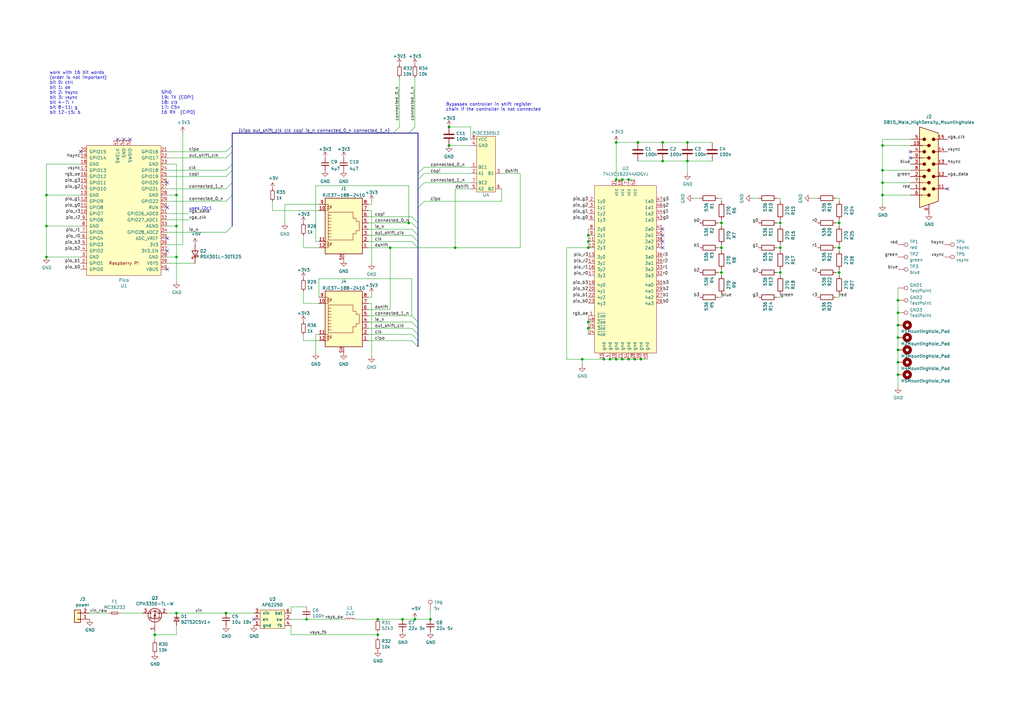
<source format=kicad_sch>
(kicad_sch (version 20211123) (generator eeschema)
  (paper "A3")
  (title_block (date "2021-02-12"))
  (junction (at 238.76 147.32))
  (junction (at 271.78 66.04))
  (junction (at 72.39 80.01))
  (junction (at 167.64 91.44))
  (junction (at 241.3 132.08))
  (junction (at 72.39 92.71))
  (junction (at 368.3 153.67))
  (junction (at 361.95 59.69))
  (junction (at 252.73 58.42))
  (junction (at 255.27 147.32))
  (junction (at 295.91 101.6))
  (junction (at 125.73 254))
  (junction (at 320.04 101.6))
  (junction (at 250.19 147.32))
  (junction (at 19.05 92.71))
  (junction (at 320.04 111.76))
  (junction (at 361.95 74.93))
  (junction (at 257.81 73.66))
  (junction (at 361.95 80.01))
  (junction (at 154.94 260.35))
  (junction (at 368.3 138.43))
  (junction (at 281.94 66.04))
  (junction (at 241.3 99.06))
  (junction (at 252.73 73.66))
  (junction (at 63.5 260.35))
  (junction (at 368.3 123.19))
  (junction (at 154.94 254))
  (junction (at 295.91 91.44))
  (junction (at 165.1 254))
  (junction (at 368.3 148.59))
  (junction (at 184.15 52.07))
  (junction (at 281.94 58.42))
  (junction (at 247.65 147.32))
  (junction (at 241.3 101.6))
  (junction (at 344.17 111.76))
  (junction (at 257.81 147.32))
  (junction (at 295.91 111.76))
  (junction (at 241.3 96.52))
  (junction (at 271.78 58.42))
  (junction (at 320.04 91.44))
  (junction (at 72.39 251.46))
  (junction (at 19.05 105.41))
  (junction (at 262.89 147.32))
  (junction (at 368.3 128.27))
  (junction (at 344.17 101.6))
  (junction (at 184.15 59.69))
  (junction (at 176.53 254))
  (junction (at 368.3 143.51))
  (junction (at 92.71 251.46))
  (junction (at 72.39 105.41))
  (junction (at 344.17 91.44))
  (junction (at 361.95 69.85))
  (junction (at 19.05 80.01))
  (junction (at 368.3 133.35))
  (junction (at 252.73 147.32))
  (junction (at 241.3 134.62))
  (junction (at 260.35 147.32))
  (junction (at 186.69 101.6))
  (junction (at 160.02 101.6))
  (junction (at 255.27 73.66))
  (junction (at 170.18 254))
  (junction (at 261.62 58.42))
  (no_connect (at 388.62 77.47))
  (no_connect (at 373.38 64.77))
  (no_connect (at 104.14 254))
  (no_connect (at 53.34 57.15))
  (no_connect (at 68.58 74.93))
  (no_connect (at 50.8 57.15))
  (no_connect (at 271.78 93.98))
  (no_connect (at 68.58 85.09))
  (no_connect (at 373.38 62.23))
  (no_connect (at 271.78 96.52))
  (no_connect (at 271.78 99.06))
  (no_connect (at 271.78 101.6))
  (no_connect (at 33.02 62.23))
  (no_connect (at 48.26 57.15))
  (no_connect (at 68.58 102.87))
  (no_connect (at 68.58 110.49))
  (no_connect (at 68.58 97.79))
  (bus_entry (at 92.71 77.47) (size 2.54 -2.54))
  (bus_entry (at 168.91 129.54) (size 2.54 2.54))
  (bus_entry (at 92.71 95.25) (size 2.54 -2.54))
  (bus_entry (at 171.45 77.47) (size 2.54 -2.54))
  (bus_entry (at 161.29 54.61) (size 2.54 -2.54))
  (bus_entry (at 167.64 54.61) (size 2.54 -2.54))
  (bus_entry (at 168.91 96.52) (size 2.54 2.54))
  (bus_entry (at 168.91 134.62) (size 2.54 2.54))
  (bus_entry (at 168.91 91.44) (size 2.54 2.54))
  (bus_entry (at 171.45 73.66) (size 2.54 -2.54))
  (bus_entry (at 171.45 85.09) (size 2.54 -2.54))
  (bus_entry (at 92.71 69.85) (size 2.54 -2.54))
  (bus_entry (at 92.71 72.39) (size 2.54 -2.54))
  (bus_entry (at 92.71 64.77) (size 2.54 -2.54))
  (bus_entry (at 92.71 82.55) (size 2.54 -2.54))
  (bus_entry (at 168.91 88.9) (size 2.54 2.54))
  (bus_entry (at 168.91 99.06) (size 2.54 2.54))
  (bus_entry (at 168.91 132.08) (size 2.54 2.54))
  (bus_entry (at 168.91 93.98) (size 2.54 2.54))
  (bus_entry (at 168.91 137.16) (size 2.54 2.54))
  (bus_entry (at 92.71 62.23) (size 2.54 -2.54))
  (bus_entry (at 168.91 139.7) (size 2.54 2.54))
  (bus_entry (at 171.45 71.12) (size 2.54 -2.54))
  (wire (pts (xy 19.05 92.71) (xy 33.02 92.71)))
  (wire (pts (xy 294.64 111.76) (xy 295.91 111.76)))
  (bus (pts (xy 171.45 132.08) (xy 171.45 134.62)))
  (wire (pts (xy 154.94 261.62) (xy 154.94 260.35)))
  (wire (pts (xy 344.17 92.71) (xy 344.17 91.44)))
  (wire (pts (xy 111.76 86.36) (xy 130.81 86.36)))
  (wire (pts (xy 213.36 71.12) (xy 213.36 101.6)))
  (bus (pts (xy 171.45 137.16) (xy 171.45 139.7)))
  (wire (pts (xy 151.13 96.52) (xy 168.91 96.52)))
  (wire (pts (xy 260.35 147.32) (xy 262.89 147.32)))
  (wire (pts (xy 152.4 86.36) (xy 152.4 107.95)))
  (bus (pts (xy 171.45 139.7) (xy 171.45 142.24)))
  (wire (pts (xy 241.3 137.16) (xy 241.3 134.62)))
  (wire (pts (xy 146.05 254) (xy 154.94 254)))
  (wire (pts (xy 344.17 82.55) (xy 344.17 81.28)))
  (wire (pts (xy 119.38 260.35) (xy 154.94 260.35)))
  (wire (pts (xy 320.04 91.44) (xy 320.04 90.17)))
  (wire (pts (xy 119.38 254) (xy 125.73 254)))
  (wire (pts (xy 152.4 121.92) (xy 151.13 121.92)))
  (wire (pts (xy 281.94 71.12) (xy 281.94 66.04)))
  (wire (pts (xy 193.04 77.47) (xy 186.69 77.47)))
  (wire (pts (xy 119.38 256.54) (xy 119.38 260.35)))
  (bus (pts (xy 95.25 59.69) (xy 95.25 62.23)))
  (bus (pts (xy 95.25 80.01) (xy 95.25 92.71)))
  (wire (pts (xy 68.58 77.47) (xy 92.71 77.47)))
  (wire (pts (xy 151.13 139.7) (xy 168.91 139.7)))
  (wire (pts (xy 368.3 118.11) (xy 368.3 123.19)))
  (wire (pts (xy 373.38 57.15) (xy 361.95 57.15)))
  (wire (pts (xy 186.69 101.6) (xy 171.45 101.6)))
  (wire (pts (xy 344.17 121.92) (xy 344.17 120.65)))
  (wire (pts (xy 361.95 74.93) (xy 361.95 80.01)))
  (wire (pts (xy 68.58 69.85) (xy 92.71 69.85)))
  (wire (pts (xy 72.39 256.54) (xy 72.39 260.35)))
  (wire (pts (xy 152.4 82.55) (xy 152.4 83.82)))
  (wire (pts (xy 295.91 92.71) (xy 295.91 91.44)))
  (bus (pts (xy 171.45 101.6) (xy 171.45 132.08)))
  (wire (pts (xy 124.46 139.7) (xy 130.81 139.7)))
  (wire (pts (xy 167.64 91.44) (xy 168.91 91.44)))
  (wire (pts (xy 124.46 119.38) (xy 124.46 124.46)))
  (wire (pts (xy 186.69 77.47) (xy 186.69 101.6)))
  (wire (pts (xy 255.27 147.32) (xy 257.81 147.32)))
  (wire (pts (xy 176.53 254) (xy 170.18 254)))
  (wire (pts (xy 373.38 69.85) (xy 361.95 69.85)))
  (wire (pts (xy 68.58 87.63) (xy 77.47 87.63)))
  (bus (pts (xy 171.45 54.61) (xy 171.45 71.12)))
  (wire (pts (xy 151.13 129.54) (xy 168.91 129.54)))
  (bus (pts (xy 171.45 134.62) (xy 171.45 137.16)))
  (wire (pts (xy 344.17 113.03) (xy 344.17 111.76)))
  (wire (pts (xy 344.17 91.44) (xy 344.17 90.17)))
  (wire (pts (xy 342.9 91.44) (xy 344.17 91.44)))
  (wire (pts (xy 295.91 111.76) (xy 295.91 110.49)))
  (wire (pts (xy 252.73 58.42) (xy 261.62 58.42)))
  (bus (pts (xy 95.25 54.61) (xy 95.25 59.69)))
  (wire (pts (xy 124.46 137.16) (xy 124.46 139.7)))
  (wire (pts (xy 368.3 148.59) (xy 368.3 153.67)))
  (wire (pts (xy 320.04 92.71) (xy 320.04 91.44)))
  (bus (pts (xy 95.25 74.93) (xy 95.25 80.01)))
  (wire (pts (xy 361.95 69.85) (xy 361.95 74.93)))
  (wire (pts (xy 238.76 147.32) (xy 238.76 149.86)))
  (wire (pts (xy 193.04 52.07) (xy 193.04 57.15)))
  (wire (pts (xy 318.77 111.76) (xy 320.04 111.76)))
  (bus (pts (xy 171.45 73.66) (xy 171.45 77.47)))
  (wire (pts (xy 213.36 101.6) (xy 186.69 101.6)))
  (wire (pts (xy 160.02 101.6) (xy 160.02 127)))
  (wire (pts (xy 151.13 132.08) (xy 168.91 132.08)))
  (wire (pts (xy 241.3 134.62) (xy 241.3 132.08)))
  (wire (pts (xy 241.3 132.08) (xy 241.3 129.54)))
  (wire (pts (xy 72.39 80.01) (xy 68.58 80.01)))
  (wire (pts (xy 63.5 260.35) (xy 63.5 262.89)))
  (wire (pts (xy 184.15 52.07) (xy 193.04 52.07)))
  (wire (pts (xy 160.02 101.6) (xy 171.45 101.6)))
  (wire (pts (xy 373.38 74.93) (xy 361.95 74.93)))
  (wire (pts (xy 241.3 93.98) (xy 241.3 96.52)))
  (wire (pts (xy 19.05 80.01) (xy 33.02 80.01)))
  (wire (pts (xy 119.38 251.46) (xy 119.38 248.92)))
  (wire (pts (xy 294.64 91.44) (xy 295.91 91.44)))
  (wire (pts (xy 151.13 124.46) (xy 152.4 124.46)))
  (wire (pts (xy 130.81 121.92) (xy 130.81 114.3)))
  (wire (pts (xy 271.78 58.42) (xy 281.94 58.42)))
  (wire (pts (xy 368.3 143.51) (xy 368.3 148.59)))
  (wire (pts (xy 257.81 73.66) (xy 255.27 73.66)))
  (wire (pts (xy 295.91 82.55) (xy 295.91 81.28)))
  (wire (pts (xy 152.4 124.46) (xy 152.4 146.05)))
  (wire (pts (xy 129.54 76.2) (xy 129.54 99.06)))
  (wire (pts (xy 19.05 92.71) (xy 19.05 105.41)))
  (wire (pts (xy 295.91 91.44) (xy 295.91 90.17)))
  (wire (pts (xy 124.46 101.6) (xy 130.81 101.6)))
  (wire (pts (xy 205.74 77.47) (xy 205.74 82.55)))
  (wire (pts (xy 373.38 59.69) (xy 361.95 59.69)))
  (wire (pts (xy 125.73 254) (xy 140.97 254)))
  (wire (pts (xy 130.81 114.3) (xy 168.91 114.3)))
  (wire (pts (xy 19.05 80.01) (xy 19.05 92.71)))
  (wire (pts (xy 151.13 93.98) (xy 168.91 93.98)))
  (wire (pts (xy 129.54 144.78) (xy 129.54 137.16)))
  (wire (pts (xy 173.99 68.58) (xy 193.04 68.58)))
  (wire (pts (xy 124.46 96.52) (xy 124.46 101.6)))
  (wire (pts (xy 68.58 62.23) (xy 92.71 62.23)))
  (wire (pts (xy 19.05 67.31) (xy 33.02 67.31)))
  (wire (pts (xy 63.5 260.35) (xy 72.39 260.35)))
  (wire (pts (xy 72.39 92.71) (xy 72.39 105.41)))
  (wire (pts (xy 68.58 67.31) (xy 72.39 67.31)))
  (wire (pts (xy 205.74 71.12) (xy 213.36 71.12)))
  (wire (pts (xy 151.13 127) (xy 160.02 127)))
  (wire (pts (xy 261.62 66.04) (xy 271.78 66.04)))
  (wire (pts (xy 129.54 99.06) (xy 130.81 99.06)))
  (wire (pts (xy 261.62 58.42) (xy 271.78 58.42)))
  (wire (pts (xy 68.58 95.25) (xy 92.71 95.25)))
  (wire (pts (xy 68.58 90.17) (xy 77.47 90.17)))
  (wire (pts (xy 247.65 147.32) (xy 250.19 147.32)))
  (wire (pts (xy 176.53 250.19) (xy 176.53 254)))
  (bus (pts (xy 171.45 77.47) (xy 171.45 85.09)))
  (bus (pts (xy 171.45 96.52) (xy 171.45 99.06)))
  (bus (pts (xy 171.45 99.06) (xy 171.45 101.6)))
  (wire (pts (xy 335.28 81.28) (xy 332.74 81.28)))
  (wire (pts (xy 294.64 121.92) (xy 295.91 121.92)))
  (wire (pts (xy 344.17 101.6) (xy 344.17 100.33)))
  (wire (pts (xy 116.84 91.44) (xy 116.84 83.82)))
  (bus (pts (xy 95.25 54.61) (xy 161.29 54.61)))
  (wire (pts (xy 151.13 91.44) (xy 167.64 91.44)))
  (wire (pts (xy 72.39 80.01) (xy 72.39 67.31)))
  (wire (pts (xy 170.18 31.75) (xy 170.18 52.07)))
  (wire (pts (xy 151.13 99.06) (xy 168.91 99.06)))
  (wire (pts (xy 320.04 102.87) (xy 320.04 101.6)))
  (wire (pts (xy 320.04 111.76) (xy 320.04 110.49)))
  (wire (pts (xy 232.41 147.32) (xy 238.76 147.32)))
  (wire (pts (xy 68.58 100.33) (xy 74.93 100.33)))
  (wire (pts (xy 151.13 137.16) (xy 168.91 137.16)))
  (wire (pts (xy 232.41 101.6) (xy 232.41 147.32)))
  (wire (pts (xy 74.93 54.61) (xy 74.93 100.33)))
  (wire (pts (xy 170.18 254) (xy 165.1 254)))
  (wire (pts (xy 154.94 260.35) (xy 154.94 259.08)))
  (wire (pts (xy 320.04 81.28) (xy 318.77 81.28)))
  (bus (pts (xy 171.45 85.09) (xy 171.45 91.44)))
  (wire (pts (xy 368.3 133.35) (xy 368.3 138.43)))
  (wire (pts (xy 250.19 147.32) (xy 252.73 147.32)))
  (wire (pts (xy 320.04 82.55) (xy 320.04 81.28)))
  (wire (pts (xy 295.91 102.87) (xy 295.91 101.6)))
  (wire (pts (xy 72.39 92.71) (xy 72.39 80.01)))
  (wire (pts (xy 361.95 59.69) (xy 361.95 69.85)))
  (wire (pts (xy 238.76 147.32) (xy 247.65 147.32)))
  (wire (pts (xy 295.91 113.03) (xy 295.91 111.76)))
  (wire (pts (xy 260.35 73.66) (xy 257.81 73.66)))
  (wire (pts (xy 281.94 58.42) (xy 292.1 58.42)))
  (wire (pts (xy 262.89 147.32) (xy 265.43 147.32)))
  (wire (pts (xy 368.3 123.19) (xy 368.3 128.27)))
  (wire (pts (xy 318.77 121.92) (xy 320.04 121.92)))
  (wire (pts (xy 152.4 120.65) (xy 152.4 121.92)))
  (wire (pts (xy 68.58 92.71) (xy 72.39 92.71)))
  (wire (pts (xy 19.05 105.41) (xy 33.02 105.41)))
  (bus (pts (xy 161.29 54.61) (xy 167.64 54.61)))
  (wire (pts (xy 318.77 91.44) (xy 320.04 91.44)))
  (wire (pts (xy 320.04 101.6) (xy 320.04 100.33)))
  (wire (pts (xy 68.58 251.46) (xy 72.39 251.46)))
  (wire (pts (xy 241.3 99.06) (xy 241.3 101.6)))
  (wire (pts (xy 129.54 76.2) (xy 167.64 76.2)))
  (wire (pts (xy 129.54 137.16) (xy 130.81 137.16)))
  (wire (pts (xy 152.4 83.82) (xy 151.13 83.82)))
  (wire (pts (xy 68.58 105.41) (xy 72.39 105.41)))
  (wire (pts (xy 205.74 82.55) (xy 173.99 82.55)))
  (wire (pts (xy 295.91 81.28) (xy 294.64 81.28)))
  (wire (pts (xy 368.3 138.43) (xy 368.3 143.51)))
  (wire (pts (xy 173.99 71.12) (xy 193.04 71.12)))
  (wire (pts (xy 361.95 57.15) (xy 361.95 59.69)))
  (wire (pts (xy 295.91 121.92) (xy 295.91 120.65)))
  (wire (pts (xy 151.13 88.9) (xy 168.91 88.9)))
  (bus (pts (xy 95.25 69.85) (xy 95.25 74.93)))
  (wire (pts (xy 281.94 66.04) (xy 292.1 66.04)))
  (wire (pts (xy 271.78 66.04) (xy 281.94 66.04)))
  (wire (pts (xy 311.15 81.28) (xy 308.61 81.28)))
  (wire (pts (xy 361.95 80.01) (xy 373.38 80.01)))
  (wire (pts (xy 318.77 101.6) (xy 320.04 101.6)))
  (wire (pts (xy 124.46 124.46) (xy 130.81 124.46)))
  (bus (pts (xy 171.45 93.98) (xy 171.45 96.52)))
  (wire (pts (xy 111.76 82.55) (xy 111.76 86.36)))
  (wire (pts (xy 295.91 101.6) (xy 295.91 100.33)))
  (wire (pts (xy 68.58 64.77) (xy 92.71 64.77)))
  (wire (pts (xy 252.73 147.32) (xy 255.27 147.32)))
  (wire (pts (xy 184.15 59.69) (xy 193.04 59.69)))
  (wire (pts (xy 344.17 111.76) (xy 344.17 110.49)))
  (wire (pts (xy 368.3 128.27) (xy 368.3 133.35)))
  (wire (pts (xy 68.58 82.55) (xy 92.71 82.55)))
  (wire (pts (xy 241.3 96.52) (xy 241.3 99.06)))
  (wire (pts (xy 151.13 134.62) (xy 168.91 134.62)))
  (wire (pts (xy 344.17 102.87) (xy 344.17 101.6)))
  (wire (pts (xy 72.39 251.46) (xy 92.71 251.46)))
  (wire (pts (xy 92.71 251.46) (xy 104.14 251.46)))
  (wire (pts (xy 165.1 254) (xy 154.94 254)))
  (wire (pts (xy 36.83 251.46) (xy 44.45 251.46)))
  (wire (pts (xy 173.99 74.93) (xy 193.04 74.93)))
  (bus (pts (xy 167.64 54.61) (xy 171.45 54.61)))
  (wire (pts (xy 252.73 58.42) (xy 252.73 73.66)))
  (wire (pts (xy 342.9 111.76) (xy 344.17 111.76)))
  (wire (pts (xy 344.17 81.28) (xy 342.9 81.28)))
  (wire (pts (xy 68.58 72.39) (xy 92.71 72.39)))
  (wire (pts (xy 287.02 81.28) (xy 284.48 81.28)))
  (wire (pts (xy 63.5 259.08) (xy 63.5 260.35)))
  (wire (pts (xy 116.84 83.82) (xy 130.81 83.82)))
  (wire (pts (xy 320.04 121.92) (xy 320.04 120.65)))
  (bus (pts (xy 171.45 71.12) (xy 171.45 73.66)))
  (wire (pts (xy 49.53 251.46) (xy 58.42 251.46)))
  (wire (pts (xy 294.64 101.6) (xy 295.91 101.6)))
  (wire (pts (xy 80.01 107.95) (xy 68.58 107.95)))
  (wire (pts (xy 19.05 67.31) (xy 19.05 80.01)))
  (wire (pts (xy 255.27 73.66) (xy 252.73 73.66)))
  (wire (pts (xy 361.95 80.01) (xy 361.95 83.82)))
  (wire (pts (xy 163.83 31.75) (xy 163.83 52.07)))
  (wire (pts (xy 119.38 248.92) (xy 125.73 248.92)))
  (wire (pts (xy 232.41 101.6) (xy 241.3 101.6)))
  (wire (pts (xy 320.04 113.03) (xy 320.04 111.76)))
  (wire (pts (xy 72.39 105.41) (xy 72.39 115.57)))
  (wire (pts (xy 257.81 147.32) (xy 260.35 147.32)))
  (bus (pts (xy 171.45 91.44) (xy 171.45 93.98)))
  (wire (pts (xy 168.91 114.3) (xy 168.91 129.54)))
  (wire (pts (xy 151.13 86.36) (xy 152.4 86.36)))
  (wire (pts (xy 342.9 101.6) (xy 344.17 101.6)))
  (wire (pts (xy 167.64 76.2) (xy 167.64 91.44)))
  (bus (pts (xy 95.25 62.23) (xy 95.25 67.31)))
  (wire (pts (xy 151.13 101.6) (xy 160.02 101.6)))
  (bus (pts (xy 95.25 67.31) (xy 95.25 69.85)))
  (wire (pts (xy 368.3 153.67) (xy 368.3 158.75)))
  (wire (pts (xy 342.9 121.92) (xy 344.17 121.92)))
  (text "work with 16 bit words\n(order is not important)\nbit 0: ctrl\nbit 1: oe\nbit 2: hsync\nbit 3: vsync\nbit 4-7: r\nbit 8-11: g\nbit 12-15: b" (at 20.32 46.99 0) (effects (font (size 1.27 1.27)) (justify left bottom)))
  (text "uses i2c1\n" (at 77.47 86.36 0) (effects (font (size 1.27 1.27)) (justify left bottom)))
  (text "SPI0\n19: TX (COPI)\n18: clk\n17: CSn\n16 RX  (CIPO)" (at 66.04 46.99 0) (effects (font (size 1.27 1.27)) (justify left bottom)))
  (text "Bypasses controller in shift register \nchain if the controller is not connected" (at 182.88 45.72 0) (effects (font (size 1.27 1.27)) (justify left bottom)))
  (label "connected_1_n" (at 170.18 49.53 90))
  (label "vga_clk" (at 77.47 90.17 0))
  (label "ie_n" (at 77.47 95.25 0))
  (label "vin" (at 80.01 251.46 0))
  (label "connected_0_n" (at 77.47 82.55 0))
  (label "vga_clk" (at 388.62 57.15 0))
  (label "g1" (at 311.15 101.6 180))
  (label "pio_b1" (at 33.02 107.95 180))
  (label "dshift" (at 207.01 71.12 0))
  (label "pio_r3" (at 33.02 87.63 180))
  (label "connected_1_n" (at 176.53 74.93 0))
  (label "ie_n" (at 153.67 132.08 0))
  (label "pio_r3" (at 241.3 105.41 180))
  (label "connected_0_n" (at 176.53 68.58 0))
  (label "pio_g2" (at 241.3 85.09 180))
  (label "pio_r1" (at 33.02 95.25 180))
  (label "g0" (at 311.15 91.44 180))
  (label "rgb_oe" (at 241.3 129.54 180))
  (label "pio_b1" (at 241.3 121.92 180))
  (label "hsync" (at 33.02 64.77 180))
  (label "pio_r0" (at 241.3 113.03 180))
  (label "pio_b2" (at 33.02 102.87 180))
  (label "clk" (at 153.67 137.16 0))
  (label "pio_g3" (at 241.3 82.55 180))
  (label "connected_1_n" (at 153.67 129.54 0))
  (label "r2" (at 271.78 107.95 0))
  (label "g2" (at 311.15 111.76 180))
  (label "b3" (at 287.02 121.92 180))
  (label "blue" (at 373.38 67.31 180))
  (label "pio_g0" (at 33.02 85.09 180))
  (label "vsync" (at 388.62 62.23 0))
  (label "cipo" (at 77.47 62.23 0))
  (label "pio_b0" (at 241.3 124.46 180))
  (label "r0" (at 271.78 113.03 0))
  (label "r3" (at 335.28 121.92 180))
  (label "r1" (at 335.28 101.6 180))
  (label "pio_r0" (at 33.02 97.79 180))
  (label "out_shift_clk" (at 153.67 134.62 0))
  (label "pio_g1" (at 33.02 82.55 180))
  (label "g3" (at 311.15 121.92 180))
  (label "ie_n" (at 153.67 93.98 0))
  (label "vga_data" (at 77.47 87.63 0))
  (label "connected_1_n" (at 77.47 77.47 0))
  (label "r3" (at 271.78 105.41 0))
  (label "g1" (at 271.78 87.63 0))
  (label "vin_raw" (at 36.83 251.46 0))
  (label "hsync" (at 387.35 100.33 180))
  (label "hsync" (at 388.62 67.31 0))
  (label "vsync" (at 33.02 69.85 180))
  (label "b1" (at 287.02 101.6 180))
  (label "copi" (at 77.47 72.39 0))
  (label "vsync" (at 387.35 105.41 180))
  (label "vsys_sw" (at 133.35 254 0))
  (label "clk" (at 77.47 69.85 0))
  (label "{cipo out_shift_clk clk copi ie_n connected_0_n connected_1_n}" (at 97.79 54.61 0))
  (label "r2" (at 335.28 111.76 180))
  (label "vga_data" (at 388.62 72.39 0))
  (label "pio_b2" (at 241.3 119.38 180))
  (label "b2" (at 287.02 111.76 180))
  (label "green" (at 373.38 72.39 180))
  (label "cipo" (at 176.53 82.55 0))
  (label "cipo" (at 153.67 139.7 0))
  (label "out_shift_clk" (at 77.47 64.77 0))
  (label "connected_0_n" (at 153.67 91.44 0))
  (label "b0" (at 287.02 91.44 180))
  (label "dshift" (at 153.67 127 0))
  (label "clk" (at 153.67 99.06 0))
  (label "pio_g2" (at 33.02 77.47 180))
  (label "r1" (at 271.78 110.49 0))
  (label "b0" (at 271.78 124.46 0))
  (label "green" (at 320.04 121.92 0))
  (label "rgb_oe" (at 33.02 72.39 180))
  (label "pio_b0" (at 33.02 110.49 180))
  (label "pio_b3" (at 33.02 100.33 180))
  (label "copi" (at 176.53 71.12 0))
  (label "connected_0_n" (at 163.83 49.53 90))
  (label "green" (at 368.3 105.41 180))
  (label "red" (at 368.3 100.33 180))
  (label "r0" (at 335.28 91.44 180))
  (label "b3" (at 271.78 116.84 0))
  (label "pio_b3" (at 241.3 116.84 180))
  (label "blue" (at 368.3 110.49 180))
  (label "g3" (at 271.78 82.55 0))
  (label "pio_g1" (at 241.3 87.63 180))
  (label "pio_g3" (at 33.02 74.93 180))
  (label "copi" (at 153.67 88.9 0))
  (label "pio_r1" (at 241.3 110.49 180))
  (label "g2" (at 271.78 85.09 0))
  (label "red" (at 373.38 77.47 180))
  (label "pio_r2" (at 33.02 90.17 180))
  (label "g0" (at 271.78 90.17 0))
  (label "vsys_fb" (at 127 260.35 0))
  (label "b1" (at 271.78 121.92 0))
  (label "red" (at 344.17 121.92 0))
  (label "blue" (at 295.91 121.92 0))
  (label "dshift" (at 186.69 77.47 0))
  (label "b2" (at 271.78 119.38 0))
  (label "dshift" (at 153.67 101.6 0))
  (label "pio_g0" (at 241.3 90.17 180))
  (label "pio_r2" (at 241.3 107.95 180))
  (label "out_shift_clk" (at 153.67 96.52 0))
  (symbol (lib_id "Device:R") (at 314.96 81.28 270) (unit 1)
    (property "Reference" "R10" (at 316.1284 83.058 0) (effects (justify left)))
    (property "Value" "536" (at 313.817 83.058 0) (effects (justify left)))
    (property "Footprint" "Resistor_SMD:R_0603_1608Metric_Pad0.98x0.95mm_HandSolder" (effects hide))
  )
  (symbol (lib_id "Device:R") (at 320.04 86.36 180) (unit 1)
    (property "Reference" "R15" (at 325.2978 86.36 90))
    (property "Value" "270" (at 322.9864 86.36 90))
    (property "Footprint" "Resistor_SMD:R_0603_1608Metric_Pad0.98x0.95mm_HandSolder" (effects hide))
  )
  (symbol (lib_id "Device:R") (at 314.96 91.44 270) (unit 1)
    (property "Reference" "R11" (at 316.1284 93.218 0) (effects (justify left)))
    (property "Value" "536" (at 313.817 93.218 0) (effects (justify left)))
    (property "Footprint" "Resistor_SMD:R_0603_1608Metric_Pad0.98x0.95mm_HandSolder" (effects hide))
  )
  (symbol (lib_id "Device:R") (at 320.04 96.52 180) (unit 1)
    (property "Reference" "R16" (at 325.2978 96.52 90))
    (property "Value" "270" (at 322.9864 96.52 90))
    (property "Footprint" "Resistor_SMD:R_0603_1608Metric_Pad0.98x0.95mm_HandSolder" (effects hide))
  )
  (symbol (lib_id "Device:R") (at 314.96 101.6 270) (unit 1)
    (property "Reference" "R12" (at 316.1284 103.378 0) (effects (justify left)))
    (property "Value" "536" (at 313.817 103.378 0) (effects (justify left)))
    (property "Footprint" "Resistor_SMD:R_0603_1608Metric_Pad0.98x0.95mm_HandSolder" (effects hide))
  )
  (symbol (lib_id "Device:R") (at 320.04 106.68 180) (unit 1)
    (property "Reference" "R17" (at 325.2978 106.68 90))
    (property "Value" "270" (at 322.9864 106.68 90))
    (property "Footprint" "Resistor_SMD:R_0603_1608Metric_Pad0.98x0.95mm_HandSolder" (effects hide))
  )
  (symbol (lib_id "Device:R") (at 314.96 111.76 270) (unit 1)
    (property "Reference" "R13" (at 316.1284 113.538 0) (effects (justify left)))
    (property "Value" "536" (at 313.817 113.538 0) (effects (justify left)))
    (property "Footprint" "Resistor_SMD:R_0603_1608Metric_Pad0.98x0.95mm_HandSolder" (effects hide))
  )
  (symbol (lib_id "Device:R") (at 320.04 116.84 180) (unit 1)
    (property "Reference" "R18" (at 325.2978 116.84 90))
    (property "Value" "270" (at 322.9864 116.84 90))
    (property "Footprint" "Resistor_SMD:R_0603_1608Metric_Pad0.98x0.95mm_HandSolder" (effects hide))
  )
  (symbol (lib_id "Device:R") (at 314.96 121.92 270) (unit 1)
    (property "Reference" "R14" (at 316.1284 123.698 0) (effects (justify left)))
    (property "Value" "536" (at 313.817 123.698 0) (effects (justify left)))
    (property "Footprint" "Resistor_SMD:R_0603_1608Metric_Pad0.98x0.95mm_HandSolder" (effects hide))
  )
  (symbol (lib_id "power:GND") (at 308.61 81.28 270) (unit 1)
    (property "Reference" "#PWR08" (effects hide))
    (property "Value" "GND" (at 304.2158 81.407 0))
  )
  (symbol (lib_id "pipico_vga-rescue:Pico-MCU_RaspberryPi_and_Boards") (at 50.8 86.36 0) (mirror x) (unit 1)
    (property "Reference" "U1" (at 50.8 117.221 0))
    (property "Value" "Pico" (at 50.8 114.9096 0))
    (property "Footprint" "MCU_RaspberryPi_and_Boards:RPi_Pico_SMD_TH" (effects hide))
  )
  (symbol (lib_id "Device:R") (at 339.09 81.28 270) (unit 1)
    (property "Reference" "R19" (at 340.2584 83.058 0) (effects (justify left)))
    (property "Value" "536" (at 337.947 83.058 0) (effects (justify left)))
    (property "Footprint" "Resistor_SMD:R_0603_1608Metric_Pad0.98x0.95mm_HandSolder" (effects hide))
  )
  (symbol (lib_id "Device:R") (at 344.17 86.36 180) (unit 1)
    (property "Reference" "R24" (at 349.4278 86.36 90))
    (property "Value" "270" (at 347.1164 86.36 90))
    (property "Footprint" "Resistor_SMD:R_0603_1608Metric_Pad0.98x0.95mm_HandSolder" (effects hide))
  )
  (symbol (lib_id "Device:R") (at 339.09 91.44 270) (unit 1)
    (property "Reference" "R20" (at 340.2584 93.218 0) (effects (justify left)))
    (property "Value" "536" (at 337.947 93.218 0) (effects (justify left)))
    (property "Footprint" "Resistor_SMD:R_0603_1608Metric_Pad0.98x0.95mm_HandSolder" (effects hide))
  )
  (symbol (lib_id "Device:R") (at 344.17 96.52 180) (unit 1)
    (property "Reference" "R25" (at 349.4278 96.52 90))
    (property "Value" "270" (at 347.1164 96.52 90))
    (property "Footprint" "Resistor_SMD:R_0603_1608Metric_Pad0.98x0.95mm_HandSolder" (effects hide))
  )
  (symbol (lib_id "Device:R") (at 339.09 101.6 270) (unit 1)
    (property "Reference" "R21" (at 340.2584 103.378 0) (effects (justify left)))
    (property "Value" "536" (at 337.947 103.378 0) (effects (justify left)))
    (property "Footprint" "Resistor_SMD:R_0603_1608Metric_Pad0.98x0.95mm_HandSolder" (effects hide))
  )
  (symbol (lib_id "Device:R") (at 344.17 106.68 180) (unit 1)
    (property "Reference" "R26" (at 349.4278 106.68 90))
    (property "Value" "270" (at 347.1164 106.68 90))
    (property "Footprint" "Resistor_SMD:R_0603_1608Metric_Pad0.98x0.95mm_HandSolder" (effects hide))
  )
  (symbol (lib_id "Device:R") (at 339.09 111.76 270) (unit 1)
    (property "Reference" "R22" (at 340.2584 113.538 0) (effects (justify left)))
    (property "Value" "536" (at 337.947 113.538 0) (effects (justify left)))
    (property "Footprint" "Resistor_SMD:R_0603_1608Metric_Pad0.98x0.95mm_HandSolder" (effects hide))
  )
  (symbol (lib_id "Device:R") (at 344.17 116.84 180) (unit 1)
    (property "Reference" "R27" (at 349.4278 116.84 90))
    (property "Value" "270" (at 347.1164 116.84 90))
    (property "Footprint" "Resistor_SMD:R_0603_1608Metric_Pad0.98x0.95mm_HandSolder" (effects hide))
  )
  (symbol (lib_id "Device:R") (at 339.09 121.92 270) (unit 1)
    (property "Reference" "R23" (at 340.2584 123.698 0) (effects (justify left)))
    (property "Value" "536" (at 337.947 123.698 0) (effects (justify left)))
    (property "Footprint" "Resistor_SMD:R_0603_1608Metric_Pad0.98x0.95mm_HandSolder" (effects hide))
  )
  (symbol (lib_id "power:GND") (at 332.74 81.28 270) (unit 1)
    (property "Reference" "#PWR09" (effects hide))
    (property "Value" "GND" (at 328.3458 81.407 0))
  )
  (symbol (lib_id "Device:R") (at 290.83 81.28 270) (unit 1)
    (property "Reference" "R1" (at 291.9984 83.058 0) (effects (justify left)))
    (property "Value" "536" (at 289.687 83.058 0) (effects (justify left)))
    (property "Footprint" "Resistor_SMD:R_0603_1608Metric_Pad0.98x0.95mm_HandSolder" (effects hide))
  )
  (symbol (lib_id "Device:R") (at 295.91 86.36 180) (unit 1)
    (property "Reference" "R6" (at 301.1678 86.36 90))
    (property "Value" "270" (at 298.8564 86.36 90))
    (property "Footprint" "Resistor_SMD:R_0603_1608Metric_Pad0.98x0.95mm_HandSolder" (effects hide))
  )
  (symbol (lib_id "Device:R") (at 290.83 91.44 270) (unit 1)
    (property "Reference" "R2" (at 291.9984 93.218 0) (effects (justify left)))
    (property "Value" "536" (at 289.687 93.218 0) (effects (justify left)))
    (property "Footprint" "Resistor_SMD:R_0603_1608Metric_Pad0.98x0.95mm_HandSolder" (effects hide))
  )
  (symbol (lib_id "Device:R") (at 295.91 96.52 180) (unit 1)
    (property "Reference" "R7" (at 301.1678 96.52 90))
    (property "Value" "270" (at 298.8564 96.52 90))
    (property "Footprint" "Resistor_SMD:R_0603_1608Metric_Pad0.98x0.95mm_HandSolder" (effects hide))
  )
  (symbol (lib_id "Device:R") (at 290.83 101.6 270) (unit 1)
    (property "Reference" "R3" (at 291.9984 103.378 0) (effects (justify left)))
    (property "Value" "536" (at 289.687 103.378 0) (effects (justify left)))
    (property "Footprint" "Resistor_SMD:R_0603_1608Metric_Pad0.98x0.95mm_HandSolder" (effects hide))
  )
  (symbol (lib_id "Device:R") (at 295.91 106.68 180) (unit 1)
    (property "Reference" "R8" (at 301.1678 106.68 90))
    (property "Value" "270" (at 298.8564 106.68 90))
    (property "Footprint" "Resistor_SMD:R_0603_1608Metric_Pad0.98x0.95mm_HandSolder" (effects hide))
  )
  (symbol (lib_id "Device:R") (at 290.83 111.76 270) (unit 1)
    (property "Reference" "R4" (at 291.9984 113.538 0) (effects (justify left)))
    (property "Value" "536" (at 289.687 113.538 0) (effects (justify left)))
    (property "Footprint" "Resistor_SMD:R_0603_1608Metric_Pad0.98x0.95mm_HandSolder" (effects hide))
  )
  (symbol (lib_id "Device:R") (at 295.91 116.84 180) (unit 1)
    (property "Reference" "R9" (at 301.1678 116.84 90))
    (property "Value" "270" (at 298.8564 116.84 90))
    (property "Footprint" "Resistor_SMD:R_0603_1608Metric_Pad0.98x0.95mm_HandSolder" (effects hide))
  )
  (symbol (lib_id "Device:R") (at 290.83 121.92 270) (unit 1)
    (property "Reference" "R5" (at 291.9984 123.698 0) (effects (justify left)))
    (property "Value" "536" (at 289.687 123.698 0) (effects (justify left)))
    (property "Footprint" "Resistor_SMD:R_0603_1608Metric_Pad0.98x0.95mm_HandSolder" (effects hide))
  )
  (symbol (lib_id "power:GND") (at 284.48 81.28 270) (unit 1)
    (property "Reference" "#PWR07" (effects hide))
    (property "Value" "GND" (at 280.0858 81.407 0))
  )
  (symbol (lib_id "pipico_vga-rescue:74LVC162244ADGVJ-random_things") (at 256.54 109.22 0) (unit 1)
    (property "Reference" "U2" (at 256.54 69.0626 0))
    (property "Value" "74LVC162244ADGVJ" (at 256.54 71.374 0))
    (property "Footprint" "good_things:SOIC-48" (effects hide))
  )
  (symbol (lib_id "Connector:TestPoint") (at 368.3 118.11 270) (unit 1)
    (property "Reference" "GND1" (at 373.0752 116.9416 90) (effects (justify left)))
    (property "Value" "TestPoint" (at 373.0752 119.253 90) (effects (justify left)))
    (property "Footprint" "TestPoint:TestPoint_THTPad_D2.0mm_Drill1.0mm" (effects hide))
  )
  (symbol (lib_id "Connector:TestPoint") (at 368.3 123.19 270) (unit 1)
    (property "Reference" "GND2" (at 373.0752 122.0216 90) (effects (justify left)))
    (property "Value" "TestPoint" (at 373.0752 124.333 90) (effects (justify left)))
    (property "Footprint" "TestPoint:TestPoint_THTPad_D2.0mm_Drill1.0mm" (effects hide))
  )
  (symbol (lib_id "Connector:TestPoint") (at 368.3 128.27 270) (unit 1)
    (property "Reference" "GND3" (at 373.0752 127.1016 90) (effects (justify left)))
    (property "Value" "TestPoint" (at 373.0752 129.413 90) (effects (justify left)))
    (property "Footprint" "TestPoint:TestPoint_THTPad_D2.0mm_Drill1.0mm" (effects hide))
  )
  (symbol (lib_id "power:GND") (at 238.76 149.86 0) (unit 1)
    (property "Reference" "#PWR04" (effects hide))
    (property "Value" "GND" (at 238.887 154.2542 0))
  )
  (symbol (lib_id "power:+3V3") (at 74.93 54.61 0) (unit 1)
    (property "Reference" "#PWR03" (effects hide))
    (property "Value" "+3V3" (at 75.311 50.2158 0))
  )
  (symbol (lib_id "power:+3V3") (at 252.73 58.42 0) (unit 1)
    (property "Reference" "#PWR05" (effects hide))
    (property "Value" "+3V3" (at 253.111 54.0258 0))
  )
  (symbol (lib_id "Device:C") (at 261.62 62.23 0) (unit 1)
    (property "Reference" "C1" (at 264.541 61.0616 0) (effects (justify left)))
    (property "Value" "100n" (at 264.541 63.373 0) (effects (justify left)))
    (property "Footprint" "Capacitor_SMD:C_0603_1608Metric_Pad1.08x0.95mm_HandSolder" (effects hide))
  )
  (symbol (lib_id "Device:C") (at 271.78 62.23 0) (unit 1)
    (property "Reference" "C2" (at 274.701 61.0616 0) (effects (justify left)))
    (property "Value" "100n" (at 274.701 63.373 0) (effects (justify left)))
    (property "Footprint" "Capacitor_SMD:C_0603_1608Metric_Pad1.08x0.95mm_HandSolder" (effects hide))
  )
  (symbol (lib_id "Device:C") (at 281.94 62.23 0) (unit 1)
    (property "Reference" "C3" (at 284.861 61.0616 0) (effects (justify left)))
    (property "Value" "100n" (at 284.861 63.373 0) (effects (justify left)))
    (property "Footprint" "Capacitor_SMD:C_0603_1608Metric_Pad1.08x0.95mm_HandSolder" (effects hide))
  )
  (symbol (lib_id "Device:C") (at 292.1 62.23 0) (unit 1)
    (property "Reference" "C4" (at 295.021 61.0616 0) (effects (justify left)))
    (property "Value" "100n" (at 295.021 63.373 0) (effects (justify left)))
    (property "Footprint" "Capacitor_SMD:C_0603_1608Metric_Pad1.08x0.95mm_HandSolder" (effects hide))
  )
  (symbol (lib_id "power:GND") (at 281.94 71.12 0) (unit 1)
    (property "Reference" "#PWR06" (effects hide))
    (property "Value" "GND" (at 282.067 75.5142 0))
  )
  (symbol (lib_id "power:GND") (at 72.39 115.57 0) (unit 1)
    (property "Reference" "#PWR02" (effects hide))
    (property "Value" "GND" (at 72.517 119.9642 0))
  )
  (symbol (lib_id "Connector:DB15_Male_HighDensity_MountingHoles") (at 381 69.85 0) (unit 1)
    (property "Reference" "J2" (at 381 47.8282 0))
    (property "Value" "DB15_Male_HighDensity_MountingHoles" (at 381 50.1396 0))
    (property "Footprint" "good_things:DSUB-15-HDEX15SNT" (effects hide))
    (property "Datasheet" " ~" (effects hide))
  )
  (symbol (lib_id "power:GND") (at 361.95 83.82 0) (unit 1)
    (property "Reference" "#PWR010" (effects hide))
    (property "Value" "GND" (at 362.077 88.2142 0))
  )
  (symbol (lib_id "power:GND") (at 381 87.63 0) (unit 1)
    (property "Reference" "#PWR012" (effects hide))
    (property "Value" "GND" (at 381.127 92.0242 0))
  )
  (symbol (lib_id "power:GND") (at 19.05 105.41 0) (unit 1)
    (property "Reference" "#PWR01" (effects hide))
    (property "Value" "GND" (at 19.177 109.8042 0))
  )
  (symbol (lib_id "Mechanical:MountingHole_Pad") (at 370.84 133.35 270) (unit 1)
    (property "Reference" "H1" (at 369.57 135.89 90) (effects (justify left)))
    (property "Value" "MountingHole_Pad" (at 372.11 135.89 90) (effects (justify left)))
    (property "Footprint" "MountingHole:MountingHole_3.2mm_M3_DIN965_Pad" (effects hide))
  )
  (symbol (lib_id "power:GND") (at 368.3 158.75 0) (unit 1)
    (property "Reference" "#PWR011" (effects hide))
    (property "Value" "GND" (at 368.427 163.1442 0))
  )
  (symbol (lib_id "Mechanical:MountingHole_Pad") (at 370.84 138.43 270) (unit 1)
    (property "Reference" "H2" (at 369.57 140.97 90) (effects (justify left)))
    (property "Value" "MountingHole_Pad" (at 372.11 140.97 90) (effects (justify left)))
    (property "Footprint" "MountingHole:MountingHole_3.2mm_M3_DIN965_Pad" (effects hide))
  )
  (symbol (lib_id "Mechanical:MountingHole_Pad") (at 370.84 143.51 270) (unit 1)
    (property "Reference" "H3" (at 369.57 146.05 90) (effects (justify left)))
    (property "Value" "MountingHole_Pad" (at 372.11 146.05 90) (effects (justify left)))
    (property "Footprint" "MountingHole:MountingHole_3.2mm_M3_DIN965_Pad" (effects hide))
  )
  (symbol (lib_id "Mechanical:MountingHole_Pad") (at 370.84 148.59 270) (unit 1)
    (property "Reference" "H4" (at 369.57 151.13 90) (effects (justify left)))
    (property "Value" "MountingHole_Pad" (at 372.11 151.13 90) (effects (justify left)))
    (property "Footprint" "MountingHole:MountingHole_3.2mm_M3_DIN965_Pad" (effects hide))
  )
  (symbol (lib_id "Connector:TestPoint") (at 368.3 100.33 270) (unit 1)
    (property "Reference" "TP1" (at 373.0752 99.1616 90) (effects (justify left)))
    (property "Value" "red" (at 373.0752 101.473 90) (effects (justify left)))
    (property "Footprint" "TestPoint:TestPoint_THTPad_D2.0mm_Drill1.0mm" (effects hide))
  )
  (symbol (lib_id "Connector:TestPoint") (at 368.3 105.41 270) (unit 1)
    (property "Reference" "TP2" (at 373.0752 104.2416 90) (effects (justify left)))
    (property "Value" "green" (at 373.0752 106.553 90) (effects (justify left)))
    (property "Footprint" "TestPoint:TestPoint_THTPad_D2.0mm_Drill1.0mm" (effects hide))
  )
  (symbol (lib_id "Connector:TestPoint") (at 368.3 110.49 270) (unit 1)
    (property "Reference" "TP3" (at 373.0752 109.3216 90) (effects (justify left)))
    (property "Value" "blue" (at 373.0752 111.633 90) (effects (justify left)))
    (property "Footprint" "TestPoint:TestPoint_THTPad_D2.0mm_Drill1.0mm" (effects hide))
  )
  (symbol (lib_id "Connector:TestPoint") (at 387.35 100.33 270) (unit 1)
    (property "Reference" "TP4" (at 392.1252 99.1616 90) (effects (justify left)))
    (property "Value" "hsync" (at 392.1252 101.473 90) (effects (justify left)))
    (property "Footprint" "TestPoint:TestPoint_THTPad_D2.0mm_Drill1.0mm" (effects hide))
  )
  (symbol (lib_id "Connector:TestPoint") (at 387.35 105.41 270) (unit 1)
    (property "Reference" "TP5" (at 392.1252 104.2416 90) (effects (justify left)))
    (property "Value" "vsync" (at 392.1252 106.553 90) (effects (justify left)))
    (property "Footprint" "TestPoint:TestPoint_THTPad_D2.0mm_Drill1.0mm" (effects hide))
  )
  (symbol (lib_id "Connector_Generic:Conn_01x02") (at 31.75 254 180) (unit 1)
    (property "Reference" "J3" (at 33.8328 245.745 0))
    (property "Value" "power" (at 33.8328 248.0564 0))
    (property "Footprint" "TerminalBlock_Phoenix:TerminalBlock_Phoenix_MKDS-1,5-2_1x02_P5.00mm_Horizontal" (effects hide))
  )
  (symbol (lib_id "Device:Q_PMOS_GSD") (at 63.5 254 90) (unit 1)
    (property "Reference" "Q3" (at 63.5 245.3132 90))
    (property "Value" "CPH3350-TL-W" (at 63.5 247.6246 90))
    (property "Footprint" "Package_TO_SOT_SMD:SOT-23_Handsoldering" (effects hide))
  )
  (symbol (lib_id "Device:Fuse_Small") (at 46.99 251.46 0) (unit 1)
    (property "Reference" "F1" (at 46.99 246.761 0))
    (property "Value" "MC36232" (at 46.99 249.0724 0))
    (property "Footprint" "Fuse:Fuse_1812_4532Metric" (effects hide))
  )
  (symbol (lib_id "good_things:AP62250") (at 111.76 255.27 0) (unit 1)
    (property "Reference" "U3" (at 111.76 245.745 0))
    (property "Value" "AP62250" (at 111.76 248.0564 0))
    (property "Footprint" "Package_TO_SOT_SMD:TSOT-23-6" (effects hide))
  )
  (symbol (lib_id "Device:C_Small") (at 92.71 254 0) (unit 1)
    (property "Reference" "C5" (at 95.0468 252.8316 0) (effects (justify left)))
    (property "Value" "10u 18v" (at 95.0468 255.143 0) (effects (justify left)))
    (property "Footprint" "Capacitor_SMD:C_1206_3216Metric" (effects hide))
  )
  (symbol (lib_id "Device:L_Small") (at 143.51 254 90) (unit 1)
    (property "Reference" "L1" (at 143.51 249.301 90))
    (property "Value" "2u2" (at 143.51 251.6124 90))
    (property "Footprint" "good_things:smd_inductor_0806_2016metric" (effects hide))
  )
  (symbol (lib_id "Device:R_Small") (at 154.94 256.54 0) (unit 1)
    (property "Reference" "R31" (at 156.4386 255.3716 0) (effects (justify left)))
    (property "Value" "52k3" (at 156.4386 257.683 0) (effects (justify left)))
    (property "Footprint" "Resistor_SMD:R_0603_1608Metric_Pad0.98x0.95mm_HandSolder" (effects hide))
  )
  (symbol (lib_id "Device:R_Small") (at 154.94 264.16 0) (unit 1)
    (property "Reference" "R32" (at 156.4386 262.9916 0) (effects (justify left)))
    (property "Value" "10k" (at 156.4386 265.303 0) (effects (justify left)))
    (property "Footprint" "Resistor_SMD:R_0603_1608Metric_Pad0.98x0.95mm_HandSolder" (effects hide))
  )
  (symbol (lib_id "Device:C_Small") (at 165.1 256.54 0) (unit 1)
    (property "Reference" "C7" (at 167.4368 255.3716 0) (effects (justify left)))
    (property "Value" "22u 5v" (at 167.4368 257.683 0) (effects (justify left)))
    (property "Footprint" "Capacitor_SMD:C_0603_1608Metric_Pad1.08x0.95mm_HandSolder" (effects hide))
  )
  (symbol (lib_id "Device:C_Small") (at 176.53 256.54 0) (unit 1)
    (property "Reference" "C8" (at 178.8668 255.3716 0) (effects (justify left)))
    (property "Value" "22u 5v" (at 178.8668 257.683 0) (effects (justify left)))
    (property "Footprint" "Capacitor_SMD:C_0603_1608Metric_Pad1.08x0.95mm_HandSolder" (effects hide))
  )
  (symbol (lib_id "Connector:TestPoint") (at 176.53 250.19 0) (unit 1)
    (property "Reference" "TP6" (at 178.0032 247.1928 0) (effects (justify left)))
    (property "Value" "5v" (at 178.0032 249.5042 0) (effects (justify left)))
    (property "Footprint" "TestPoint:TestPoint_Pad_D2.0mm" (effects hide))
  )
  (symbol (lib_id "Device:C_Small") (at 125.73 251.46 0) (unit 1)
    (property "Reference" "C6" (at 128.0668 250.2916 0) (effects (justify left)))
    (property "Value" "100n" (at 128.0668 252.603 0) (effects (justify left)))
    (property "Footprint" "Capacitor_SMD:C_0603_1608Metric_Pad1.08x0.95mm_HandSolder" (effects hide))
  )
  (symbol (lib_id "power:+5V") (at 170.18 254 0) (unit 1)
    (property "Reference" "#PWR0107" (effects hide))
    (property "Value" "+5V" (at 170.561 249.6058 0))
  )
  (symbol (lib_id "power:GND") (at 165.1 259.08 0) (unit 1)
    (property "Reference" "#PWR0108" (effects hide))
    (property "Value" "GND" (at 165.227 263.4742 0))
  )
  (symbol (lib_id "power:GND") (at 176.53 259.08 0) (unit 1)
    (property "Reference" "#PWR0109" (effects hide))
    (property "Value" "GND" (at 176.657 263.4742 0))
  )
  (symbol (lib_id "power:GND") (at 154.94 266.7 0) (unit 1)
    (property "Reference" "#PWR0110" (effects hide))
    (property "Value" "GND" (at 155.067 271.0942 0))
  )
  (symbol (lib_id "Device:R_Small") (at 63.5 265.43 0) (unit 1)
    (property "Reference" "R30" (at 64.9986 264.2616 0) (effects (justify left)))
    (property "Value" "10k" (at 64.9986 266.573 0) (effects (justify left)))
    (property "Footprint" "Resistor_SMD:R_0603_1608Metric_Pad0.98x0.95mm_HandSolder" (effects hide))
  )
  (symbol (lib_id "power:GND") (at 104.14 256.54 0) (unit 1)
    (property "Reference" "#PWR0111" (effects hide))
    (property "Value" "GND" (at 104.267 260.9342 0))
  )
  (symbol (lib_id "power:GND") (at 92.71 256.54 0) (unit 1)
    (property "Reference" "#PWR0112" (effects hide))
    (property "Value" "GND" (at 92.837 260.9342 0))
  )
  (symbol (lib_id "power:GND") (at 63.5 267.97 0) (unit 1)
    (property "Reference" "#PWR0113" (effects hide))
    (property "Value" "GND" (at 63.627 272.3642 0))
  )
  (symbol (lib_id "Device:D_Zener_Small") (at 72.39 254 270) (unit 1)
    (property "Reference" "D1" (at 74.1172 252.8316 90) (effects (justify left)))
    (property "Value" "BZT52C5V1+" (at 74.1172 255.143 90) (effects (justify left)))
    (property "Footprint" "Diode_SMD:D_SOD-123" (effects hide))
  )
  (symbol (lib_id "power:GND") (at 36.83 254 0) (unit 1)
    (property "Reference" "#PWR0114" (effects hide))
    (property "Value" "GND" (at 36.957 258.3942 0))
  )
  (symbol (lib_id "Device:D_Schottky") (at 80.01 104.14 90) (unit 1)
    (property "Reference" "D2" (at 82.0166 102.9716 90) (effects (justify right)))
    (property "Value" "RSX301L-30TE25" (at 82.0166 105.283 90) (effects (justify right)))
    (property "Footprint" "good_things:SOD-106" (effects hide))
  )
  (symbol (lib_id "power:+5V") (at 80.01 100.33 0) (unit 1)
    (property "Reference" "#PWR0115" (effects hide))
    (property "Value" "+5V" (at 80.391 95.9358 0))
  )
  (symbol (lib_id "power:GND") (at 140.97 106.68 0) (unit 1)
    (property "Reference" "#PWR0102" (effects hide))
    (property "Value" "GND" (at 140.97 111.2425 0))
  )
  (symbol (lib_id "power:GND") (at 140.97 144.78 0) (unit 1)
    (property "Reference" "#PWR0121" (effects hide))
    (property "Value" "GND" (at 140.97 149.3425 0))
  )
  (symbol (lib_id "Connector:RJ45_LED_Shielded") (at 140.97 132.08 0) (unit 1)
    (property "Reference" "J4" (at 140.97 115.4135 0))
    (property "Value" "RJE37-188-2410" (at 140.97 118.1886 0))
    (property "Footprint" "Connector_RJ:RJ45_Amphenol_RJHSE538X" (effects hide))
  )
  (symbol (lib_id "Connector:RJ45_LED_Shielded") (at 140.97 93.98 0) (unit 1)
    (property "Reference" "J1" (at 140.97 77.3135 0))
    (property "Value" "RJE37-188-2410" (at 140.97 80.0886 0))
    (property "Footprint" "Connector_RJ:RJ45_Amphenol_RJHSE538X" (effects hide))
  )
  (symbol (lib_id "power:GND") (at 116.84 91.44 0) (unit 1)
    (property "Reference" "#PWR015" (effects hide))
    (property "Value" "GND" (at 116.84 96.0025 0))
  )
  (symbol (lib_id "power:+3V3") (at 152.4 120.65 0) (unit 1)
    (property "Reference" "#PWR0123" (effects hide))
    (property "Value" "+3V3" (at 152.4 117.0455 0))
  )
  (symbol (lib_id "power:+3V3") (at 170.18 26.67 0) (mirror y) (unit 1)
    (property "Reference" "#PWR0117" (effects hide))
    (property "Value" "+3V3" (at 170.18 23.0655 0))
  )
  (symbol (lib_id "Device:C_Small") (at 133.35 67.31 0) (unit 1)
    (property "Reference" "C9" (at 135.6741 66.4078 0) (effects (justify left)))
    (property "Value" "4u7" (at 135.6741 69.1829 0) (effects (justify left)))
    (property "Footprint" "Capacitor_SMD:C_0603_1608Metric_Pad1.08x0.95mm_HandSolder" (effects hide))
  )
  (symbol (lib_id "Mechanical:MountingHole_Pad") (at 370.84 153.67 270) (unit 1)
    (property "Reference" "H5" (at 369.57 156.21 90) (effects (justify left)))
    (property "Value" "MountingHole_Pad" (at 372.11 156.21 90) (effects (justify left)))
    (property "Footprint" "MountingHole:MountingHole_3.2mm_M3_DIN965_Pad" (effects hide))
  )
  (symbol (lib_id "Device:R_Small") (at 111.76 80.01 0) (unit 1)
    (property "Reference" "R35" (at 113.2586 78.8416 0) (effects (justify left)))
    (property "Value" "1k" (at 113.2586 81.153 0) (effects (justify left)))
    (property "Footprint" "Resistor_SMD:R_0603_1608Metric_Pad0.98x0.95mm_HandSolder" (effects hide))
  )
  (symbol (lib_id "Device:R_Small") (at 163.83 29.21 0) (unit 1)
    (property "Reference" "R33" (at 165.3286 28.0416 0) (effects (justify left)))
    (property "Value" "10k" (at 165.3286 30.353 0) (effects (justify left)))
    (property "Footprint" "Resistor_SMD:R_0603_1608Metric_Pad0.98x0.95mm_HandSolder" (effects hide))
  )
  (symbol (lib_id "power:GND") (at 152.4 107.95 0) (unit 1)
    (property "Reference" "#PWR0101" (effects hide))
    (property "Value" "GND" (at 152.4 112.5125 0))
  )
  (symbol (lib_id "power:GND") (at 184.15 59.69 0) (unit 1)
    (property "Reference" "#PWR0125" (effects hide))
    (property "Value" "GND" (at 184.15 64.2525 0))
  )
  (symbol (lib_id "power:GND") (at 152.4 146.05 0) (unit 1)
    (property "Reference" "#PWR0122" (effects hide))
    (property "Value" "GND" (at 152.4 150.6125 0))
  )
  (symbol (lib_id "power:+3V3") (at 124.46 91.44 0) (mirror y) (unit 1)
    (property "Reference" "#PWR0104" (effects hide))
    (property "Value" "+3V3" (at 124.46 87.8355 0))
  )
  (symbol (lib_id "Device:R_Small") (at 124.46 93.98 0) (unit 1)
    (property "Reference" "R28" (at 125.9586 92.8116 0) (effects (justify left)))
    (property "Value" "1k" (at 125.9586 95.123 0) (effects (justify left)))
    (property "Footprint" "Resistor_SMD:R_0603_1608Metric_Pad0.98x0.95mm_HandSolder" (effects hide))
  )
  (symbol (lib_id "Device:R_Small") (at 124.46 134.62 0) (unit 1)
    (property "Reference" "R36" (at 125.9586 133.4516 0) (effects (justify left)))
    (property "Value" "1k" (at 125.9586 135.763 0) (effects (justify left)))
    (property "Footprint" "Resistor_SMD:R_0603_1608Metric_Pad0.98x0.95mm_HandSolder" (effects hide))
  )
  (symbol (lib_id "power:+3V3") (at 163.83 26.67 0) (mirror y) (unit 1)
    (property "Reference" "#PWR0116" (effects hide))
    (property "Value" "+3V3" (at 163.83 23.0655 0))
  )
  (symbol (lib_id "power:+3V3") (at 124.46 132.08 0) (mirror y) (unit 1)
    (property "Reference" "#PWR013" (effects hide))
    (property "Value" "+3V3" (at 124.46 128.4755 0))
  )
  (symbol (lib_id "Device:R_Small") (at 170.18 29.21 0) (unit 1)
    (property "Reference" "R34" (at 171.6786 28.0416 0) (effects (justify left)))
    (property "Value" "10k" (at 171.6786 30.353 0) (effects (justify left)))
    (property "Footprint" "Resistor_SMD:R_0603_1608Metric_Pad0.98x0.95mm_HandSolder" (effects hide))
  )
  (symbol (lib_id "good_things:PI3C3305LE") (at 199.39 69.85 0) (unit 1)
    (property "Reference" "U4" (at 199.39 80.01 0))
    (property "Value" "PI3C3305LE" (at 199.39 54.61 0))
    (property "Footprint" "Package_SO:TSSOP-8_4.4x3mm_P0.65mm" (effects hide))
  )
  (symbol (lib_id "power:GND") (at 133.35 69.85 0) (unit 1)
    (property "Reference" "#PWR0105" (effects hide))
    (property "Value" "GND" (at 133.35 74.4125 0))
  )
  (symbol (lib_id "Device:C") (at 184.15 55.88 0) (unit 1)
    (property "Reference" "C11" (at 187.071 54.7116 0) (effects (justify left)))
    (property "Value" "100n" (at 187.071 57.023 0) (effects (justify left)))
    (property "Footprint" "Capacitor_SMD:C_0603_1608Metric_Pad1.08x0.95mm_HandSolder" (effects hide))
  )
  (symbol (lib_id "power:GND") (at 140.97 69.85 0) (unit 1)
    (property "Reference" "#PWR0119" (effects hide))
    (property "Value" "GND" (at 140.97 74.4125 0))
  )
  (symbol (lib_id "power:+3V3") (at 124.46 114.3 0) (mirror y) (unit 1)
    (property "Reference" "#PWR0103" (effects hide))
    (property "Value" "+3V3" (at 124.46 110.6955 0))
  )
  (symbol (lib_id "power:GND") (at 129.54 144.78 0) (unit 1)
    (property "Reference" "#PWR016" (effects hide))
    (property "Value" "GND" (at 129.54 149.3425 0))
  )
  (symbol (lib_id "power:+3V3") (at 184.15 52.07 0) (mirror y) (unit 1)
    (property "Reference" "#PWR0124" (effects hide))
    (property "Value" "+3V3" (at 184.15 48.4655 0))
  )
  (symbol (lib_id "Device:R_Small") (at 124.46 116.84 0) (unit 1)
    (property "Reference" "R29" (at 125.9586 115.6716 0) (effects (justify left)))
    (property "Value" "1k" (at 125.9586 117.983 0) (effects (justify left)))
    (property "Footprint" "Resistor_SMD:R_0603_1608Metric_Pad0.98x0.95mm_HandSolder" (effects hide))
  )
  (symbol (lib_id "Device:C_Small") (at 140.97 67.31 0) (unit 1)
    (property "Reference" "C10" (at 143.2941 66.4078 0) (effects (justify left)))
    (property "Value" "4u7" (at 143.2941 69.1829 0) (effects (justify left)))
    (property "Footprint" "Capacitor_SMD:C_0603_1608Metric_Pad1.08x0.95mm_HandSolder" (effects hide))
  )
  (symbol (lib_id "power:+3V3") (at 140.97 64.77 0) (unit 1)
    (property "Reference" "#PWR0120" (effects hide))
    (property "Value" "+3V3" (at 140.97 61.1655 0))
  )
  (symbol (lib_id "power:+3V3") (at 133.35 64.77 0) (unit 1)
    (property "Reference" "#PWR0118" (effects hide))
    (property "Value" "+3V3" (at 133.35 61.1655 0))
  )
  (symbol (lib_id "power:+3V3") (at 152.4 82.55 0) (mirror y) (unit 1)
    (property "Reference" "#PWR0106" (effects hide))
    (property "Value" "+3V3" (at 152.4 78.9455 0))
  )
  (symbol (lib_id "power:+5V") (at 111.76 77.47 0) (unit 1)
    (property "Reference" "#PWR014" (effects hide))
    (property "Value" "+5V" (at 112.141 73.0758 0))
  )
)
</source>
